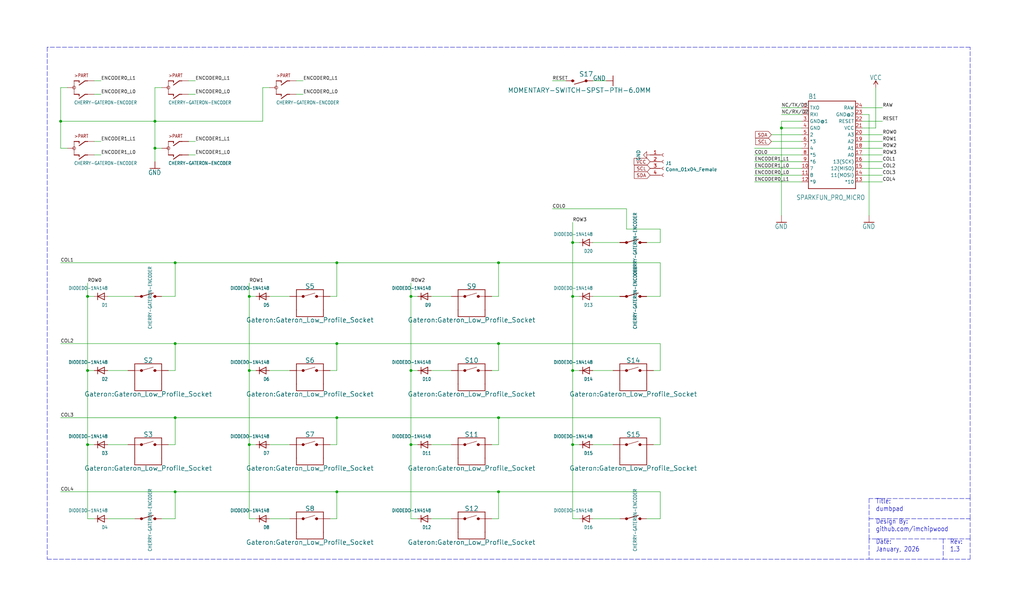
<source format=kicad_sch>
(kicad_sch (version 20250114) (generator "eeschema") (generator_version "9.0")
  (paper "User" 386.08 231.14)
  (lib_symbols
    (symbol "Connector:Conn_01x04_Female" (pin_names (offset 1.016) (hide yes))
      (property "Reference" "J" (at 0 5.08 0))
      (property "Value" "Conn_01x04_Female" (at 0 -7.62 0))
      (symbol "Conn_01x04_Female_1_1"
        (pin passive line (at -5.08 2.54 0) (length 3.81) (name "Pin_1") (number "1"))
        (pin passive line (at -5.08 0 0) (length 3.81) (name "Pin_2") (number "2"))
        (pin passive line (at -5.08 -2.54 0) (length 3.81) (name "Pin_3") (number "3"))
        (pin passive line (at -5.08 -5.08 0) (length 3.81) (name "Pin_4") (number "4"))
      )
    )
    (symbol "MOMENTARY-SWITCH-SPST-LED-PTH-CHERRY_1"
      (property "Reference" "S5" (at 0 5.334 0))
      (property "Value" "Gateron:Gateron_Low_Profile_Socket" (at 0 -5.334 0))
      (symbol "MOMENTARY-SWITCH-SPST-LED-PTH-CHERRY_1_1_0"
        (pin passive line (at -7.62 2.54 0) (length 2.54) (name "1") (number "S1"))
        (pin passive line (at 7.62 2.54 180) (length 2.54) (name "2") (number "S2"))
      )
    )
    (symbol "MOMENTARY-SWITCH-SPST-LED-PTH-CHERRY_10"
      (property "Reference" "S15" (at 0 5.334 0))
      (property "Value" "Gateron:Gateron_Low_Profile_Socket" (at 0 -5.334 0))
      (symbol "MOMENTARY-SWITCH-SPST-LED-PTH-CHERRY_10_1_0"
        (pin passive line (at -7.62 2.54 0) (length 2.54) (name "1") (number "S1"))
        (pin passive line (at 7.62 2.54 180) (length 2.54) (name "2") (number "S2"))
      )
    )
    (symbol "MOMENTARY-SWITCH-SPST-LED-PTH-CHERRY_11"
      (property "Reference" "S8" (at 0 5.334 0))
      (property "Value" "Gateron:Gateron_Low_Profile_Socket" (at 0 -5.334 0))
      (symbol "MOMENTARY-SWITCH-SPST-LED-PTH-CHERRY_11_1_0"
        (pin passive line (at -7.62 2.54 0) (length 2.54) (name "1") (number "S1"))
        (pin passive line (at 7.62 2.54 180) (length 2.54) (name "2") (number "S2"))
      )
    )
    (symbol "MOMENTARY-SWITCH-SPST-LED-PTH-CHERRY_2"
      (property "Reference" "S9" (at 0 5.334 0))
      (property "Value" "Gateron:Gateron_Low_Profile_Socket" (at 0 -5.334 0))
      (symbol "MOMENTARY-SWITCH-SPST-LED-PTH-CHERRY_2_1_0"
        (pin passive line (at -7.62 2.54 0) (length 2.54) (name "1") (number "S1"))
        (pin passive line (at 7.62 2.54 180) (length 2.54) (name "2") (number "S2"))
      )
    )
    (symbol "MOMENTARY-SWITCH-SPST-LED-PTH-CHERRY_3"
      (property "Reference" "S2" (at 0 5.334 0))
      (property "Value" "Gateron:Gateron_Low_Profile_Socket" (at 0 -5.334 0))
      (symbol "MOMENTARY-SWITCH-SPST-LED-PTH-CHERRY_3_1_0"
        (pin passive line (at -7.62 2.54 0) (length 2.54) (name "1") (number "S1"))
        (pin passive line (at 7.62 2.54 180) (length 2.54) (name "2") (number "S2"))
      )
    )
    (symbol "MOMENTARY-SWITCH-SPST-LED-PTH-CHERRY_4"
      (property "Reference" "S6" (at 0 5.334 0))
      (property "Value" "Gateron:Gateron_Low_Profile_Socket" (at 0 -5.334 0))
      (symbol "MOMENTARY-SWITCH-SPST-LED-PTH-CHERRY_4_1_0"
        (pin passive line (at -7.62 2.54 0) (length 2.54) (name "1") (number "S1"))
        (pin passive line (at 7.62 2.54 180) (length 2.54) (name "2") (number "S2"))
      )
    )
    (symbol "MOMENTARY-SWITCH-SPST-LED-PTH-CHERRY_5"
      (property "Reference" "S10" (at 0 5.334 0))
      (property "Value" "Gateron:Gateron_Low_Profile_Socket" (at 0 -5.334 0))
      (symbol "MOMENTARY-SWITCH-SPST-LED-PTH-CHERRY_5_1_0"
        (pin passive line (at -7.62 2.54 0) (length 2.54) (name "1") (number "S1"))
        (pin passive line (at 7.62 2.54 180) (length 2.54) (name "2") (number "S2"))
      )
    )
    (symbol "MOMENTARY-SWITCH-SPST-LED-PTH-CHERRY_6"
      (property "Reference" "S14" (at 0 5.334 0))
      (property "Value" "Gateron:Gateron_Low_Profile_Socket" (at 0 -5.334 0))
      (symbol "MOMENTARY-SWITCH-SPST-LED-PTH-CHERRY_6_1_0"
        (pin passive line (at -7.62 2.54 0) (length 2.54) (name "1") (number "S1"))
        (pin passive line (at 7.62 2.54 180) (length 2.54) (name "2") (number "S2"))
      )
    )
    (symbol "MOMENTARY-SWITCH-SPST-LED-PTH-CHERRY_7"
      (property "Reference" "S3" (at 0 5.334 0))
      (property "Value" "Gateron:Gateron_Low_Profile_Socket" (at 0 -5.334 0))
      (symbol "MOMENTARY-SWITCH-SPST-LED-PTH-CHERRY_7_1_0"
        (pin passive line (at -7.62 2.54 0) (length 2.54) (name "1") (number "S1"))
        (pin passive line (at 7.62 2.54 180) (length 2.54) (name "2") (number "S2"))
      )
    )
    (symbol "MOMENTARY-SWITCH-SPST-LED-PTH-CHERRY_8"
      (property "Reference" "S7" (at 0 5.334 0))
      (property "Value" "Gateron:Gateron_Low_Profile_Socket" (at 0 -5.334 0))
      (symbol "MOMENTARY-SWITCH-SPST-LED-PTH-CHERRY_8_1_0"
        (pin passive line (at -7.62 2.54 0) (length 2.54) (name "1") (number "S1"))
        (pin passive line (at 7.62 2.54 180) (length 2.54) (name "2") (number "S2"))
      )
    )
    (symbol "MOMENTARY-SWITCH-SPST-LED-PTH-CHERRY_9"
      (property "Reference" "S11" (at 0 5.334 0))
      (property "Value" "Gateron:Gateron_Low_Profile_Socket" (at 0 -5.334 0))
      (symbol "MOMENTARY-SWITCH-SPST-LED-PTH-CHERRY_9_1_0"
        (pin passive line (at -7.62 2.54 0) (length 2.54) (name "1") (number "S1"))
        (pin passive line (at 7.62 2.54 180) (length 2.54) (name "2") (number "S2"))
      )
    )
    (symbol "dumbpad-eagle-import:CHERRY-MX-ENCODER"
      (property "Value" "CHERRY-MX-ENCODER" (at 6.35 0 90))
      (symbol "CHERRY-MX-ENCODER_1_0"
        (pin passive line (at -5.08 0 0) (length 2.54) (name "1") (number "D"))
        (pin passive line (at -5.08 0 0) (length 2.54) (name "1") (number "S1"))
        (pin passive line (at 5.08 0 180) (length 2.54) (name "2") (number "E"))
        (pin passive line (at 5.08 0 180) (length 2.54) (name "2") (number "S2"))
      )
      (symbol "CHERRY-MX-ENCODER_2_0"
        (text ">PART" (at -3.81 0 900) (effects (font (size 1.27 1.0795)) (justify left bottom)))
        (pin passive line (at -2.54 7.62 270) (length 2.54) (name "A") (number "A"))
        (pin passive line (at 0 -2.54 90) (length 2.54) (name "C") (number "C"))
        (pin passive line (at 2.54 7.62 270) (length 2.54) (name "B") (number "B"))
      )
    )
    (symbol "dumbpad-eagle-import:DIODEDO-1N4148"
      (property "Reference" "D" (at -2.54 2.54 0))
      (property "Value" "DIODEDO-1N4148" (at -2.54 -3.81 0))
      (symbol "DIODEDO-1N4148_1_0"
        (pin passive line (at -2.54 0 0) (length 2.54) (name "A") (number "A"))
        (pin passive line (at 2.54 0 180) (length 2.54) (name "C") (number "C"))
      )
    )
    (symbol "dumbpad-eagle-import:GND" (power)
      (property "Value" "GND" (at -2.54 -2.54 0))
      (symbol "GND_1_0"
        (pin power_in line (at 0 2.54 270) (length 2.54) (name "GND") (number "1"))
      )
    )
    (symbol "dumbpad-eagle-import:MOMENTARY-SWITCH-SPST-LED-PTH-CHERRY"
      (property "Reference" "S12" (at 0 5.334 0))
      (property "Value" "Gateron:Gateron_Low_Profile_Socket" (at 0 -5.334 0))
      (symbol "MOMENTARY-SWITCH-SPST-LED-PTH-CHERRY_1_0"
        (pin passive line (at -7.62 2.54 0) (length 2.54) (name "1") (number "S1"))
        (pin passive line (at 7.62 2.54 180) (length 2.54) (name "2") (number "S2"))
      )
    )
    (symbol "dumbpad-eagle-import:MOMENTARY-SWITCH-SPST-PTH-6.0MM"
      (property "Reference" "S" (at 0 1.524 0))
      (property "Value" "MOMENTARY-SWITCH-SPST-PTH-6.0MM" (at 0 -0.508 0))
      (symbol "MOMENTARY-SWITCH-SPST-PTH-6.0MM_1_0"
        (pin passive line (at -5.08 0 0) (length 2.54) (name "1") (number "1"))
        (pin passive line (at 5.08 0 180) (length 2.54) (name "2") (number "3"))
      )
    )
    (symbol "dumbpad-eagle-import:SPARKFUN_PRO_MICRO"
      (property "Reference" "B" (at -7.62 18.542 0))
      (property "Value" "SPARKFUN_PRO_MICRO" (at -7.62 -17.78 0))
      (symbol "SPARKFUN_PRO_MICRO_1_0"
        (pin bidirectional line (at -10.16 15.24 0) (length 2.54) (name "TXO") (number "1"))
        (pin bidirectional line (at -10.16 12.7 0) (length 2.54) (name "RXI") (number "2"))
        (pin power_in line (at -10.16 10.16 0) (length 2.54) (name "GND@1") (number "3"))
        (pin power_in line (at -10.16 7.62 0) (length 2.54) (name "GND") (number "4"))
        (pin bidirectional line (at -10.16 5.08 0) (length 2.54) (name "2") (number "5"))
        (pin bidirectional line (at -10.16 2.54 0) (length 2.54) (name "*3") (number "6"))
        (pin bidirectional line (at -10.16 0 0) (length 2.54) (name "4") (number "7"))
        (pin bidirectional line (at -10.16 -2.54 0) (length 2.54) (name "*5") (number "8"))
        (pin bidirectional line (at -10.16 -5.08 0) (length 2.54) (name "*6") (number "9"))
        (pin bidirectional line (at -10.16 -7.62 0) (length 2.54) (name "7") (number "10"))
        (pin bidirectional line (at -10.16 -10.16 0) (length 2.54) (name "8") (number "11"))
        (pin bidirectional line (at -10.16 -12.7 0) (length 2.54) (name "*9") (number "12"))
        (pin power_in line (at 12.7 15.24 180) (length 2.54) (name "RAW") (number "24"))
        (pin power_in line (at 12.7 12.7 180) (length 2.54) (name "GND@2") (number "23"))
        (pin bidirectional line (at 12.7 10.16 180) (length 2.54) (name "RESET") (number "22"))
        (pin power_in line (at 12.7 7.62 180) (length 2.54) (name "VCC") (number "21"))
        (pin bidirectional line (at 12.7 5.08 180) (length 2.54) (name "A3") (number "20"))
        (pin bidirectional line (at 12.7 2.54 180) (length 2.54) (name "A2") (number "19"))
        (pin bidirectional line (at 12.7 0 180) (length 2.54) (name "A1") (number "18"))
        (pin bidirectional line (at 12.7 -2.54 180) (length 2.54) (name "A0") (number "17"))
        (pin bidirectional line (at 12.7 -5.08 180) (length 2.54) (name "13(SCK)") (number "16"))
        (pin bidirectional line (at 12.7 -7.62 180) (length 2.54) (name "12(MISO)") (number "15"))
        (pin bidirectional line (at 12.7 -10.16 180) (length 2.54) (name "11(MOSI)") (number "14"))
        (pin bidirectional line (at 12.7 -12.7 180) (length 2.54) (name "*10") (number "13"))
      )
    )
    (symbol "dumbpad-eagle-import:VCC" (power)
      (property "Value" "VCC" (at 0 2.794 0))
      (symbol "VCC_1_0"
        (pin power_in line (at 0 0 90) (length 2.54) (name "VCC") (number "1"))
      )
    )
    (symbol "my-power:GND" (power) (pin_names (offset 0))
      (property "Value" "my-power_GND" (at 0 -3.81 0))
      (symbol "GND_1_1"
        (pin power_in line (at 0 0 270) (length 0) (hide yes) (name "GND") (number "1"))
      )
    )
  )
  (text "Title:\ndumbpad" (at 330.2 193.04 0) (effects (font (size 1.778 1.5113)) (justify left bottom)))
  (text "Design By:\ngithub.com/imchipwood" (at 330.2 200.66 0) (effects (font (size 1.778 1.5113)) (justify left bottom)))
  (text "Rev:\n1.3" (at 358.14 208.28 0) (effects (font (size 1.778 1.5113)) (justify left bottom)))
  (text "Date:\nJanuary, 2026" (at 330.2 208.28 0) (effects (font (size 1.778 1.5113)) (justify left bottom)))
  (junction (at 127 157.48))
  (junction (at 58.42 55.88))
  (junction (at 66.04 129.54))
  (junction (at 215.9 139.7))
  (junction (at 127 185.42))
  (junction (at 58.42 45.72))
  (junction (at 154.94 111.76))
  (junction (at 127 99.06))
  (junction (at 22.86 45.72))
  (junction (at 66.04 185.42))
  (junction (at 66.04 99.06))
  (junction (at 93.98 111.76))
  (junction (at 154.94 167.64))
  (junction (at 33.02 139.7))
  (junction (at 93.98 167.64))
  (junction (at 127 129.54))
  (junction (at 187.96 99.06))
  (junction (at 215.9 91.44))
  (junction (at 187.96 185.42))
  (junction (at 215.9 167.64))
  (junction (at 93.98 139.7))
  (junction (at 294.64 48.26))
  (junction (at 187.96 157.48))
  (junction (at 215.9 111.76))
  (junction (at 187.96 129.54))
  (junction (at 66.04 157.48))
  (junction (at 33.02 111.76))
  (junction (at 33.02 167.64))
  (junction (at 154.94 139.7))
  (wire (pts (xy 325.12 58.42) (xy 332.74 58.42)))
  (wire (pts (xy 22.86 99.06) (xy 66.04 99.06)))
  (wire (pts (xy 325.12 68.58) (xy 332.74 68.58)))
  (wire (pts (xy 127 139.7) (xy 127 129.54)))
  (wire (pts (xy 330.2 48.26) (xy 330.2 33.02)))
  (wire (pts (xy 22.86 33.02) (xy 22.86 45.72)))
  (wire (pts (xy 302.26 63.5) (xy 284.48 63.5)))
  (wire (pts (xy 50.8 111.76) (xy 40.64 111.76)))
  (wire (pts (xy 215.9 111.76) (xy 215.9 91.44)))
  (polyline (pts (xy 327.66 203.2) (xy 327.66 210.82)) (stroke (width 0) (type dash)))
  (wire (pts (xy 93.98 111.76) (xy 93.98 106.68)))
  (wire (pts (xy 185.42 167.64) (xy 187.96 167.64)))
  (wire (pts (xy 325.12 50.8) (xy 332.74 50.8)))
  (wire (pts (xy 58.42 55.88) (xy 58.42 60.96)))
  (wire (pts (xy 22.86 55.88) (xy 25.4 55.88)))
  (wire (pts (xy 33.02 139.7) (xy 33.02 111.76)))
  (wire (pts (xy 33.02 195.58) (xy 33.02 167.64)))
  (polyline (pts (xy 327.66 187.96) (xy 327.66 195.58)) (stroke (width 0) (type dash)))
  (wire (pts (xy 243.84 195.58) (xy 248.92 195.58)))
  (wire (pts (xy 325.12 48.26) (xy 330.2 48.26)))
  (wire (pts (xy 124.46 167.64) (xy 127 167.64)))
  (polyline (pts (xy 365.76 203.2) (xy 355.6 203.2)) (stroke (width 0) (type dash)))
  (wire (pts (xy 218.44 167.64) (xy 215.9 167.64)))
  (wire (pts (xy 63.5 139.7) (xy 66.04 139.7)))
  (wire (pts (xy 325.12 66.04) (xy 332.74 66.04)))
  (wire (pts (xy 127 157.48) (xy 66.04 157.48)))
  (wire (pts (xy 96.52 139.7) (xy 93.98 139.7)))
  (wire (pts (xy 66.04 111.76) (xy 66.04 99.06)))
  (wire (pts (xy 93.98 195.58) (xy 93.98 167.64)))
  (wire (pts (xy 157.48 195.58) (xy 154.94 195.58)))
  (wire (pts (xy 35.56 53.34) (xy 38.1 53.34)))
  (wire (pts (xy 294.64 45.72) (xy 294.64 48.26)))
  (wire (pts (xy 60.96 111.76) (xy 66.04 111.76)))
  (polyline (pts (xy 365.76 210.82) (xy 365.76 203.2)) (stroke (width 0) (type dash)))
  (wire (pts (xy 170.18 139.7) (xy 162.56 139.7)))
  (wire (pts (xy 302.26 55.88) (xy 284.48 55.88)))
  (wire (pts (xy 35.56 58.42) (xy 38.1 58.42)))
  (wire (pts (xy 111.76 30.48) (xy 114.3 30.48)))
  (wire (pts (xy 58.42 45.72) (xy 99.06 45.72)))
  (wire (pts (xy 60.96 195.58) (xy 66.04 195.58)))
  (polyline (pts (xy 327.66 203.2) (xy 327.66 195.58)) (stroke (width 0) (type dash)))
  (wire (pts (xy 127 129.54) (xy 187.96 129.54)))
  (wire (pts (xy 124.46 195.58) (xy 127 195.58)))
  (wire (pts (xy 215.9 167.64) (xy 215.9 139.7)))
  (wire (pts (xy 325.12 63.5) (xy 332.74 63.5)))
  (wire (pts (xy 71.12 58.42) (xy 73.66 58.42)))
  (wire (pts (xy 96.52 111.76) (xy 93.98 111.76)))
  (wire (pts (xy 99.06 45.72) (xy 99.06 33.02)))
  (wire (pts (xy 35.56 139.7) (xy 33.02 139.7)))
  (wire (pts (xy 66.04 157.48) (xy 22.86 157.48)))
  (polyline (pts (xy 365.76 203.2) (xy 365.76 195.58)) (stroke (width 0) (type dash)))
  (wire (pts (xy 187.96 99.06) (xy 248.92 99.06)))
  (wire (pts (xy 294.64 48.26) (xy 294.64 81.28)))
  (polyline (pts (xy 17.78 210.82) (xy 327.66 210.82)) (stroke (width 0) (type dash)))
  (wire (pts (xy 48.26 139.7) (xy 40.64 139.7)))
  (wire (pts (xy 154.94 111.76) (xy 154.94 106.68)))
  (wire (pts (xy 71.12 53.34) (xy 73.66 53.34)))
  (wire (pts (xy 66.04 195.58) (xy 66.04 185.42)))
  (wire (pts (xy 22.86 129.54) (xy 66.04 129.54)))
  (wire (pts (xy 187.96 111.76) (xy 187.96 99.06)))
  (wire (pts (xy 60.96 55.88) (xy 58.42 55.88)))
  (wire (pts (xy 302.26 40.64) (xy 294.64 40.64)))
  (wire (pts (xy 127 111.76) (xy 127 99.06)))
  (wire (pts (xy 170.18 111.76) (xy 162.56 111.76)))
  (wire (pts (xy 223.52 30.48) (xy 228.6 30.48)))
  (wire (pts (xy 215.9 195.58) (xy 215.9 167.64)))
  (wire (pts (xy 248.92 157.48) (xy 187.96 157.48)))
  (wire (pts (xy 290.83 50.8) (xy 302.26 50.8)))
  (wire (pts (xy 154.94 167.64) (xy 154.94 139.7)))
  (wire (pts (xy 187.96 185.42) (xy 248.92 185.42)))
  (wire (pts (xy 22.86 185.42) (xy 66.04 185.42)))
  (wire (pts (xy 66.04 185.42) (xy 127 185.42)))
  (wire (pts (xy 33.02 106.68) (xy 33.02 111.76)))
  (wire (pts (xy 127 185.42) (xy 187.96 185.42)))
  (wire (pts (xy 22.86 45.72) (xy 22.86 55.88)))
  (wire (pts (xy 187.96 129.54) (xy 248.92 129.54)))
  (wire (pts (xy 302.26 58.42) (xy 284.48 58.42)))
  (wire (pts (xy 157.48 167.64) (xy 154.94 167.64)))
  (wire (pts (xy 218.44 195.58) (xy 215.9 195.58)))
  (wire (pts (xy 170.18 167.64) (xy 162.56 167.64)))
  (wire (pts (xy 127 99.06) (xy 187.96 99.06)))
  (wire (pts (xy 127 167.64) (xy 127 157.48)))
  (wire (pts (xy 124.46 139.7) (xy 127 139.7)))
  (wire (pts (xy 248.92 129.54) (xy 248.92 139.7)))
  (wire (pts (xy 327.66 43.18) (xy 327.66 81.28)))
  (wire (pts (xy 233.68 91.44) (xy 223.52 91.44)))
  (wire (pts (xy 325.12 40.64) (xy 332.74 40.64)))
  (wire (pts (xy 218.44 91.44) (xy 215.9 91.44)))
  (wire (pts (xy 99.06 33.02) (xy 101.6 33.02)))
  (wire (pts (xy 325.12 60.96) (xy 332.74 60.96)))
  (wire (pts (xy 50.8 195.58) (xy 40.64 195.58)))
  (wire (pts (xy 127 195.58) (xy 127 185.42)))
  (wire (pts (xy 157.48 111.76) (xy 154.94 111.76)))
  (wire (pts (xy 154.94 195.58) (xy 154.94 167.64)))
  (wire (pts (xy 109.22 139.7) (xy 101.6 139.7)))
  (wire (pts (xy 243.84 91.44) (xy 248.92 91.44)))
  (polyline (pts (xy 365.76 17.78) (xy 17.78 17.78)) (stroke (width 0) (type dash)))
  (wire (pts (xy 325.12 55.88) (xy 332.74 55.88)))
  (wire (pts (xy 109.22 111.76) (xy 101.6 111.76)))
  (wire (pts (xy 66.04 167.64) (xy 66.04 157.48)))
  (wire (pts (xy 302.26 60.96) (xy 284.48 60.96)))
  (wire (pts (xy 124.46 111.76) (xy 127 111.76)))
  (wire (pts (xy 157.48 139.7) (xy 154.94 139.7)))
  (wire (pts (xy 35.56 195.58) (xy 33.02 195.58)))
  (wire (pts (xy 233.68 111.76) (xy 223.52 111.76)))
  (wire (pts (xy 218.44 139.7) (xy 215.9 139.7)))
  (polyline (pts (xy 365.76 187.96) (xy 365.76 17.78)) (stroke (width 0) (type dash)))
  (wire (pts (xy 33.02 167.64) (xy 33.02 139.7)))
  (wire (pts (xy 96.52 167.64) (xy 93.98 167.64)))
  (wire (pts (xy 248.92 139.7) (xy 246.38 139.7)))
  (wire (pts (xy 58.42 33.02) (xy 58.42 45.72)))
  (wire (pts (xy 185.42 111.76) (xy 187.96 111.76)))
  (wire (pts (xy 35.56 167.64) (xy 33.02 167.64)))
  (polyline (pts (xy 327.66 195.58) (xy 365.76 195.58)) (stroke (width 0) (type dash)))
  (wire (pts (xy 170.18 195.58) (xy 162.56 195.58)))
  (polyline (pts (xy 365.76 187.96) (xy 327.66 187.96)) (stroke (width 0) (type dash)))
  (wire (pts (xy 236.22 78.74) (xy 208.28 78.74)))
  (wire (pts (xy 302.26 43.18) (xy 294.64 43.18)))
  (wire (pts (xy 218.44 111.76) (xy 215.9 111.76)))
  (wire (pts (xy 231.14 139.7) (xy 223.52 139.7)))
  (wire (pts (xy 93.98 139.7) (xy 93.98 111.76)))
  (wire (pts (xy 109.22 195.58) (xy 101.6 195.58)))
  (wire (pts (xy 35.56 35.56) (xy 38.1 35.56)))
  (wire (pts (xy 63.5 167.64) (xy 66.04 167.64)))
  (wire (pts (xy 187.96 167.64) (xy 187.96 157.48)))
  (wire (pts (xy 248.92 86.36) (xy 236.22 86.36)))
  (polyline (pts (xy 365.76 195.58) (xy 365.76 187.96)) (stroke (width 0) (type dash)))
  (wire (pts (xy 187.96 195.58) (xy 187.96 185.42)))
  (wire (pts (xy 185.42 195.58) (xy 187.96 195.58)))
  (wire (pts (xy 325.12 43.18) (xy 327.66 43.18)))
  (wire (pts (xy 71.12 35.56) (xy 73.66 35.56)))
  (wire (pts (xy 109.22 167.64) (xy 101.6 167.64)))
  (wire (pts (xy 154.94 139.7) (xy 154.94 111.76)))
  (wire (pts (xy 325.12 53.34) (xy 332.74 53.34)))
  (polyline (pts (xy 355.6 203.2) (xy 327.66 203.2)) (stroke (width 0) (type dash)))
  (wire (pts (xy 215.9 91.44) (xy 215.9 83.82)))
  (wire (pts (xy 66.04 129.54) (xy 127 129.54)))
  (wire (pts (xy 48.26 167.64) (xy 40.64 167.64)))
  (wire (pts (xy 35.56 111.76) (xy 33.02 111.76)))
  (wire (pts (xy 25.4 33.02) (xy 22.86 33.02)))
  (wire (pts (xy 302.26 48.26) (xy 294.64 48.26)))
  (wire (pts (xy 248.92 167.64) (xy 248.92 157.48)))
  (wire (pts (xy 233.68 195.58) (xy 223.52 195.58)))
  (wire (pts (xy 248.92 111.76) (xy 243.84 111.76)))
  (wire (pts (xy 58.42 45.72) (xy 58.42 55.88)))
  (wire (pts (xy 290.83 53.34) (xy 302.26 53.34)))
  (wire (pts (xy 35.56 30.48) (xy 38.1 30.48)))
  (wire (pts (xy 246.38 167.64) (xy 248.92 167.64)))
  (wire (pts (xy 187.96 157.48) (xy 127 157.48)))
  (polyline (pts (xy 17.78 17.78) (xy 17.78 210.82)) (stroke (width 0) (type dash)))
  (wire (pts (xy 66.04 139.7) (xy 66.04 129.54)))
  (wire (pts (xy 248.92 91.44) (xy 248.92 86.36)))
  (wire (pts (xy 93.98 167.64) (xy 93.98 139.7)))
  (wire (pts (xy 236.22 86.36) (xy 236.22 78.74)))
  (wire (pts (xy 302.26 66.04) (xy 284.48 66.04)))
  (wire (pts (xy 302.26 45.72) (xy 294.64 45.72)))
  (wire (pts (xy 215.9 139.7) (xy 215.9 111.76)))
  (wire (pts (xy 185.42 139.7) (xy 187.96 139.7)))
  (wire (pts (xy 66.04 99.06) (xy 127 99.06)))
  (wire (pts (xy 231.14 167.64) (xy 223.52 167.64)))
  (wire (pts (xy 111.76 35.56) (xy 114.3 35.56)))
  (wire (pts (xy 213.36 30.48) (xy 208.28 30.48)))
  (polyline (pts (xy 327.66 210.82) (xy 355.6 210.82)) (stroke (width 0) (type dash)))
  (wire (pts (xy 248.92 185.42) (xy 248.92 195.58)))
  (wire (pts (xy 187.96 139.7) (xy 187.96 129.54)))
  (wire (pts (xy 60.96 33.02) (xy 58.42 33.02)))
  (wire (pts (xy 302.26 68.58) (xy 284.48 68.58)))
  (wire (pts (xy 96.52 195.58) (xy 93.98 195.58)))
  (polyline (pts (xy 355.6 210.82) (xy 365.76 210.82)) (stroke (width 0) (type dash)))
  (wire (pts (xy 22.86 45.72) (xy 58.42 45.72)))
  (wire (pts (xy 71.12 30.48) (xy 73.66 30.48)))
  (polyline (pts (xy 355.6 203.2) (xy 355.6 210.82)) (stroke (width 0) (type dash)))
  (wire (pts (xy 325.12 45.72) (xy 332.74 45.72)))
  (wire (pts (xy 248.92 99.06) (xy 248.92 111.76)))
  (label "NC/TX/D3" (at 294.64 40.64 0) (effects (font (size 1.2446 1.2446))))
  (label "ENCODER1_L0" (at 73.66 58.42 0) (effects (font (size 1.2446 1.2446))))
  (label "ROW3" (at 332.74 58.42 0) (effects (font (size 1.2446 1.2446))))
  (label "COL1" (at 332.74 60.96 0) (effects (font (size 1.2446 1.2446))))
  (label "ENCODER1_L0" (at 38.1 58.42 0) (effects (font (size 1.2446 1.2446))))
  (label "ROW2" (at 332.74 55.88 0) (effects (font (size 1.2446 1.2446))))
  (label "ENCODER1_L1" (at 73.66 53.34 0) (effects (font (size 1.2446 1.2446))))
  (label "ROW1" (at 93.98 106.68 0) (effects (font (size 1.2446 1.2446))))
  (label "RAW" (at 332.74 40.64 0) (effects (font (size 1.2446 1.2446))))
  (label "ENCODER0_L0" (at 38.1 35.56 0) (effects (font (size 1.2446 1.2446))))
  (label "ENCODER0_L1" (at 284.48 68.58 0) (effects (font (size 1.2446 1.2446))))
  (label "COL4" (at 22.86 185.42 0) (effects (font (size 1.2446 1.2446))))
  (label "NC/RX/D2" (at 294.64 43.18 0) (effects (font (size 1.2446 1.2446))))
  (label "ENCODER0_L1" (at 38.1 30.48 0) (effects (font (size 1.2446 1.2446))))
  (label "COL3" (at 22.86 157.48 0) (effects (font (size 1.2446 1.2446))))
  (label "ROW0" (at 332.74 50.8 0) (effects (font (size 1.2446 1.2446))))
  (label "COL3" (at 332.74 66.04 0) (effects (font (size 1.2446 1.2446))))
  (label "ENCODER1_L0" (at 284.48 63.5 0) (effects (font (size 1.2446 1.2446))))
  (label "ENCODER0_L1" (at 73.66 30.48 0) (effects (font (size 1.2446 1.2446))))
  (label "ROW0" (at 33.02 106.68 0) (effects (font (size 1.2446 1.2446))))
  (label "RESET" (at 208.28 30.48 0) (effects (font (size 1.2446 1.2446))))
  (label "COL0" (at 284.48 58.42 0) (effects (font (size 1.2446 1.2446))))
  (label "COL1" (at 22.86 99.06 0) (effects (font (size 1.2446 1.2446))))
  (label "ENCODER0_L0" (at 73.66 35.56 0) (effects (font (size 1.2446 1.2446))))
  (label "ROW2" (at 154.94 106.68 0) (effects (font (size 1.2446 1.2446))))
  (label "COL0" (at 208.28 78.74 0) (effects (font (size 1.2446 1.2446))))
  (label "ENCODER0_L0" (at 114.3 35.56 0) (effects (font (size 1.2446 1.2446))))
  (label "ENCODER0_L0" (at 284.48 66.04 0) (effects (font (size 1.2446 1.2446))))
  (label "COL4" (at 332.74 68.58 0) (effects (font (size 1.2446 1.2446))))
  (label "ENCODER1_L1" (at 38.1 53.34 0) (effects (font (size 1.2446 1.2446))))
  (label "ENCODER1_L1" (at 284.48 60.96 0) (effects (font (size 1.2446 1.2446))))
  (label "COL2" (at 332.74 63.5 0) (effects (font (size 1.2446 1.2446))))
  (label "ROW3" (at 215.9 83.82 0) (effects (font (size 1.2446 1.2446))))
  (label "ENCODER0_L1" (at 114.3 30.48 0) (effects (font (size 1.2446 1.2446))))
  (label "RESET" (at 332.74 45.72 0) (effects (font (size 1.2446 1.2446))))
  (label "COL2" (at 22.86 129.54 0) (effects (font (size 1.2446 1.2446))))
  (label "ROW1" (at 332.74 53.34 0) (effects (font (size 1.2446 1.2446))))
  (global_label "SCL" (shape input) (at 290.83 53.34 180) (property "Intersheetrefs" "${INTERSHEET_REFS}" (effects (hide yes))))
  (global_label "SCL" (shape input) (at 245.11 63.5 180) (property "Intersheetrefs" "${INTERSHEET_REFS}" (effects (hide yes))))
  (global_label "SDA" (shape input) (at 245.11 66.04 180) (property "Intersheetrefs" "${INTERSHEET_REFS}" (effects (hide yes))))
  (global_label "SDA" (shape input) (at 290.83 50.8 180) (property "Intersheetrefs" "${INTERSHEET_REFS}" (effects (hide yes))))
  (global_label "VCC" (shape input) (at 245.11 60.96 180) (property "Intersheetrefs" "${INTERSHEET_REFS}" (effects (hide yes))))
  (symbol (lib_id "dumbpad-eagle-import:CHERRY-MX-ENCODER") (at 63.5 33.02 270) (unit 2)
    (property "Reference" "RE_0_1" (effects (hide yes)))
    (property "Value" "CHERRY-GATERON-ENCODER" (at 63.5 39.37 90) (effects (font (size 1.27 1.0795)) (justify left bottom)))
    (property "Footprint" "dumbpad:CHERRY-GATERON-ENCODER" (effects (hide yes)))
  )
  (symbol (lib_id "dumbpad-eagle-import:DIODEDO-1N4148") (at 220.98 111.76 180) (unit 1)
    (property "Reference" "D13" (at 223.52 114.3 0) (effects (font (size 1.27 1.0795)) (justify left bottom)))
    (property "Value" "DIODEDO-1N4148" (at 223.52 107.95 0) (effects (font (size 1.27 1.0795)) (justify left bottom)))
    (property "Footprint" "DO-1N4148" (effects (hide yes)))
  )
  (symbol (lib_name "MOMENTARY-SWITCH-SPST-LED-PTH-CHERRY_3") (lib_id "dumbpad-eagle-import:MOMENTARY-SWITCH-SPST-LED-PTH-CHERRY") (at 55.88 142.24 0) (unit 1)
    (property "Reference" "S2" (at 55.88 136.906 0) (effects (font (size 1.778 1.778)) (justify bottom)))
    (property "Value" "Gateron:Gateron_Low_Profile_Socket" (at 55.88 147.574 0) (effects (font (size 1.778 1.778)) (justify top)))
    (property "Footprint" "Gateron:Gateron_Low_Profile_Socket" (effects (hide yes)))
  )
  (symbol (lib_id "dumbpad-eagle-import:DIODEDO-1N4148") (at 160.02 111.76 180) (unit 1)
    (property "Reference" "D9" (at 162.56 114.3 0) (effects (font (size 1.27 1.0795)) (justify left bottom)))
    (property "Value" "DIODEDO-1N4148" (at 162.56 107.95 0) (effects (font (size 1.27 1.0795)) (justify left bottom)))
    (property "Footprint" "DO-1N4148" (effects (hide yes)))
  )
  (symbol (lib_name "MOMENTARY-SWITCH-SPST-LED-PTH-CHERRY_9") (lib_id "dumbpad-eagle-import:MOMENTARY-SWITCH-SPST-LED-PTH-CHERRY") (at 177.8 170.18 0) (unit 1)
    (property "Reference" "S11" (at 177.8 164.846 0) (effects (font (size 1.778 1.778)) (justify bottom)))
    (property "Value" "Gateron:Gateron_Low_Profile_Socket" (at 177.8 175.514 0) (effects (font (size 1.778 1.778)) (justify top)))
    (property "Footprint" "Gateron:Gateron_Low_Profile_Socket" (effects (hide yes)))
  )
  (symbol (lib_id "dumbpad-eagle-import:CHERRY-MX-ENCODER") (at 55.88 111.76 0) (unit 1)
    (property "Reference" "RE_0_1" (effects (hide yes)))
    (property "Value" "CHERRY-GATERON-ENCODER" (at 55.88 112.268 90) (effects (font (size 1.27 1.0795)) (justify top)))
    (property "Footprint" "dumbpad:CHERRY-GATERON-ENCODER" (effects (hide yes)))
  )
  (symbol (lib_id "dumbpad-eagle-import:CHERRY-MX-ENCODER") (at 104.14 33.02 270) (unit 2)
    (property "Reference" "RE_3_0" (effects (hide yes)))
    (property "Value" "CHERRY-GATERON-ENCODER" (at 104.14 39.37 90) (effects (font (size 1.27 1.0795)) (justify left bottom)))
    (property "Footprint" "dumbpad:CHERRY-GATERON-ENCODER" (effects (hide yes)))
  )
  (symbol (lib_id "dumbpad-eagle-import:CHERRY-MX-ENCODER") (at 238.76 195.58 0) (unit 1)
    (property "Reference" "RE_3_4" (effects (hide yes)))
    (property "Value" "CHERRY-GATERON-ENCODER" (at 238.76 196.088 90) (effects (font (size 1.27 1.0795)) (justify top)))
    (property "Footprint" "dumbpad:CHERRY-GATERON-ENCODER" (effects (hide yes)))
  )
  (symbol (lib_name "MOMENTARY-SWITCH-SPST-LED-PTH-CHERRY_8") (lib_id "dumbpad-eagle-import:MOMENTARY-SWITCH-SPST-LED-PTH-CHERRY") (at 116.84 170.18 0) (unit 1)
    (property "Reference" "S7" (at 116.84 164.846 0) (effects (font (size 1.778 1.778)) (justify bottom)))
    (property "Value" "Gateron:Gateron_Low_Profile_Socket" (at 116.84 175.514 0) (effects (font (size 1.778 1.778)) (justify top)))
    (property "Footprint" "Gateron:Gateron_Low_Profile_Socket" (effects (hide yes)))
  )
  (symbol (lib_name "MOMENTARY-SWITCH-SPST-LED-PTH-CHERRY_2") (lib_id "dumbpad-eagle-import:MOMENTARY-SWITCH-SPST-LED-PTH-CHERRY") (at 177.8 114.3 0) (unit 1)
    (property "Reference" "S9" (at 177.8 108.966 0) (effects (font (size 1.778 1.778)) (justify bottom)))
    (property "Value" "Gateron:Gateron_Low_Profile_Socket" (at 177.8 119.634 0) (effects (font (size 1.778 1.778)) (justify top)))
    (property "Footprint" "Gateron:Gateron_Low_Profile_Socket" (effects (hide yes)))
  )
  (symbol (lib_id "dumbpad-eagle-import:CHERRY-MX-ENCODER") (at 238.76 91.44 0) (unit 1)
    (property "Reference" "RE_3_0" (effects (hide yes)))
    (property "Value" "CHERRY-GATERON-ENCODER" (at 238.76 91.948 90) (effects (font (size 1.27 1.0795)) (justify top)))
    (property "Footprint" "dumbpad:CHERRY-GATERON-ENCODER" (effects (hide yes)))
  )
  (symbol (lib_id "dumbpad-eagle-import:DIODEDO-1N4148") (at 99.06 111.76 180) (unit 1)
    (property "Reference" "D5" (at 101.6 114.3 0) (effects (font (size 1.27 1.0795)) (justify left bottom)))
    (property "Value" "DIODEDO-1N4148" (at 101.6 107.95 0) (effects (font (size 1.27 1.0795)) (justify left bottom)))
    (property "Footprint" "DO-1N4148" (effects (hide yes)))
  )
  (symbol (lib_name "MOMENTARY-SWITCH-SPST-LED-PTH-CHERRY_1") (lib_id "dumbpad-eagle-import:MOMENTARY-SWITCH-SPST-LED-PTH-CHERRY") (at 116.84 114.3 0) (unit 1)
    (property "Reference" "S5" (at 116.84 108.966 0) (effects (font (size 1.778 1.778)) (justify bottom)))
    (property "Value" "Gateron:Gateron_Low_Profile_Socket" (at 116.84 119.634 0) (effects (font (size 1.778 1.778)) (justify top)))
    (property "Footprint" "Gateron:Gateron_Low_Profile_Socket" (effects (hide yes)))
  )
  (symbol (lib_name "MOMENTARY-SWITCH-SPST-LED-PTH-CHERRY_11") (lib_id "dumbpad-eagle-import:MOMENTARY-SWITCH-SPST-LED-PTH-CHERRY") (at 116.84 198.12 0) (unit 1)
    (property "Reference" "S8" (at 116.84 192.786 0) (effects (font (size 1.778 1.778)) (justify bottom)))
    (property "Value" "Gateron:Gateron_Low_Profile_Socket" (at 116.84 203.454 0) (effects (font (size 1.778 1.778)) (justify top)))
    (property "Footprint" "Gateron:Gateron_Low_Profile_Socket" (effects (hide yes)))
  )
  (symbol (lib_id "dumbpad-eagle-import:DIODEDO-1N4148") (at 38.1 195.58 180) (unit 1)
    (property "Reference" "D4" (at 40.64 198.12 0) (effects (font (size 1.27 1.0795)) (justify left bottom)))
    (property "Value" "DIODEDO-1N4148" (at 40.64 191.77 0) (effects (font (size 1.27 1.0795)) (justify left bottom)))
    (property "Footprint" "DO-1N4148" (effects (hide yes)))
  )
  (symbol (lib_name "MOMENTARY-SWITCH-SPST-LED-PTH-CHERRY_10") (lib_id "dumbpad-eagle-import:MOMENTARY-SWITCH-SPST-LED-PTH-CHERRY") (at 238.76 170.18 0) (unit 1)
    (property "Reference" "S15" (at 238.76 164.846 0) (effects (font (size 1.778 1.778)) (justify bottom)))
    (property "Value" "Gateron:Gateron_Low_Profile_Socket" (at 238.76 175.514 0) (effects (font (size 1.778 1.778)) (justify top)))
    (property "Footprint" "Gateron:Gateron_Low_Profile_Socket" (effects (hide yes)))
  )
  (symbol (lib_id "dumbpad-eagle-import:DIODEDO-1N4148") (at 38.1 139.7 180) (unit 1)
    (property "Reference" "D2" (at 40.64 142.24 0) (effects (font (size 1.27 1.0795)) (justify left bottom)))
    (property "Value" "DIODEDO-1N4148" (at 40.64 135.89 0) (effects (font (size 1.27 1.0795)) (justify left bottom)))
    (property "Footprint" "DO-1N4148" (effects (hide yes)))
  )
  (symbol (lib_id "dumbpad-eagle-import:DIODEDO-1N4148") (at 160.02 195.58 180) (unit 1)
    (property "Reference" "D12" (at 162.56 198.12 0) (effects (font (size 1.27 1.0795)) (justify left bottom)))
    (property "Value" "DIODEDO-1N4148" (at 162.56 191.77 0) (effects (font (size 1.27 1.0795)) (justify left bottom)))
    (property "Footprint" "DO-1N4148" (effects (hide yes)))
  )
  (symbol (lib_id "dumbpad-eagle-import:VCC") (at 330.2 33.02 0) (unit 1)
    (property "Reference" "#SUPPLY02" (effects (hide yes)))
    (property "Value" "VCC" (at 330.2 30.226 0) (effects (font (size 1.778 1.5113)) (justify bottom)))
  )
  (symbol (lib_id "dumbpad-eagle-import:DIODEDO-1N4148") (at 220.98 91.44 180) (unit 1)
    (property "Reference" "D20" (at 223.52 93.98 0) (effects (font (size 1.27 1.0795)) (justify left bottom)))
    (property "Value" "DIODEDO-1N4148" (at 223.52 87.63 0) (effects (font (size 1.27 1.0795)) (justify left bottom)))
    (property "Footprint" "DO-1N4148" (effects (hide yes)))
  )
  (symbol (lib_id "dumbpad-eagle-import:GND") (at 231.14 30.48 90) (unit 1)
    (property "Reference" "#GND04" (effects (hide yes)))
    (property "Value" "GND" (at 223.52 30.48 90) (effects (font (size 1.778 1.5113)) (justify right top)))
  )
  (symbol (lib_name "MOMENTARY-SWITCH-SPST-LED-PTH-CHERRY_6") (lib_id "dumbpad-eagle-import:MOMENTARY-SWITCH-SPST-LED-PTH-CHERRY") (at 238.76 142.24 0) (unit 1)
    (property "Reference" "S14" (at 238.76 136.906 0) (effects (font (size 1.778 1.778)) (justify bottom)))
    (property "Value" "Gateron:Gateron_Low_Profile_Socket" (at 238.76 147.574 0) (effects (font (size 1.778 1.778)) (justify top)))
    (property "Footprint" "Gateron:Gateron_Low_Profile_Socket" (effects (hide yes)))
  )
  (symbol (lib_name "MOMENTARY-SWITCH-SPST-LED-PTH-CHERRY_4") (lib_id "dumbpad-eagle-import:MOMENTARY-SWITCH-SPST-LED-PTH-CHERRY") (at 116.84 142.24 0) (unit 1)
    (property "Reference" "S6" (at 116.84 136.906 0) (effects (font (size 1.778 1.778)) (justify bottom)))
    (property "Value" "Gateron:Gateron_Low_Profile_Socket" (at 116.84 147.574 0) (effects (font (size 1.778 1.778)) (justify top)))
    (property "Footprint" "Gateron:Gateron_Low_Profile_Socket" (effects (hide yes)))
  )
  (symbol (lib_id "dumbpad-eagle-import:CHERRY-MX-ENCODER") (at 238.76 111.76 0) (unit 1)
    (property "Reference" "RE_3_1" (effects (hide yes)))
    (property "Value" "CHERRY-GATERON-ENCODER" (at 238.76 112.268 90) (effects (font (size 1.27 1.0795)) (justify top)))
    (property "Footprint" "dumbpad:CHERRY-GATERON-ENCODER" (effects (hide yes)))
  )
  (symbol (lib_id "dumbpad-eagle-import:DIODEDO-1N4148") (at 220.98 195.58 180) (unit 1)
    (property "Reference" "D16" (at 223.52 198.12 0) (effects (font (size 1.27 1.0795)) (justify left bottom)))
    (property "Value" "DIODEDO-1N4148" (at 223.52 191.77 0) (effects (font (size 1.27 1.0795)) (justify left bottom)))
    (property "Footprint" "DO-1N4148" (effects (hide yes)))
  )
  (symbol (lib_id "dumbpad-eagle-import:DIODEDO-1N4148") (at 38.1 111.76 180) (unit 1)
    (property "Reference" "D1" (at 40.64 114.3 0) (effects (font (size 1.27 1.0795)) (justify left bottom)))
    (property "Value" "DIODEDO-1N4148" (at 40.64 107.95 0) (effects (font (size 1.27 1.0795)) (justify left bottom)))
    (property "Footprint" "DO-1N4148" (effects (hide yes)))
  )
  (symbol (lib_id "dumbpad-eagle-import:CHERRY-MX-ENCODER") (at 27.94 33.02 270) (unit 2)
    (property "Reference" "RE_3_1" (effects (hide yes)))
    (property "Value" "CHERRY-GATERON-ENCODER" (at 27.94 39.37 90) (effects (font (size 1.27 1.0795)) (justify left bottom)))
    (property "Footprint" "dumbpad:CHERRY-GATERON-ENCODER" (effects (hide yes)))
  )
  (symbol (lib_id "dumbpad-eagle-import:DIODEDO-1N4148") (at 160.02 139.7 180) (unit 1)
    (property "Reference" "D10" (at 162.56 142.24 0) (effects (font (size 1.27 1.0795)) (justify left bottom)))
    (property "Value" "DIODEDO-1N4148" (at 162.56 135.89 0) (effects (font (size 1.27 1.0795)) (justify left bottom)))
    (property "Footprint" "DO-1N4148" (effects (hide yes)))
  )
  (symbol (lib_id "dumbpad-eagle-import:GND") (at 58.42 63.5 0) (unit 1)
    (property "Reference" "#GND06" (effects (hide yes)))
    (property "Value" "GND" (at 55.88 66.04 0) (effects (font (size 1.778 1.5113)) (justify left bottom)))
  )
  (symbol (lib_id "dumbpad-eagle-import:MOMENTARY-SWITCH-SPST-PTH-6.0MM") (at 218.44 30.48 180) (unit 1)
    (property "Reference" "S17" (at 220.98 26.924 0) (effects (font (size 1.778 1.778)) (justify bottom)))
    (property "Value" "MOMENTARY-SWITCH-SPST-PTH-6.0MM" (at 218.44 35.052 0) (effects (font (size 1.778 1.778)) (justify top)))
    (property "Footprint" "TACTILE_SWITCH_PTH_6.0MM" (effects (hide yes)))
  )
  (symbol (lib_name "MOMENTARY-SWITCH-SPST-LED-PTH-CHERRY_5") (lib_id "dumbpad-eagle-import:MOMENTARY-SWITCH-SPST-LED-PTH-CHERRY") (at 177.8 142.24 0) (unit 1)
    (property "Reference" "S10" (at 177.8 136.906 0) (effects (font (size 1.778 1.778)) (justify bottom)))
    (property "Value" "Gateron:Gateron_Low_Profile_Socket" (at 177.8 147.574 0) (effects (font (size 1.778 1.778)) (justify top)))
    (property "Footprint" "Gateron:Gateron_Low_Profile_Socket" (effects (hide yes)))
  )
  (symbol (lib_id "dumbpad-eagle-import:DIODEDO-1N4148") (at 220.98 167.64 180) (unit 1)
    (property "Reference" "D15" (at 223.52 170.18 0) (effects (font (size 1.27 1.0795)) (justify left bottom)))
    (property "Value" "DIODEDO-1N4148" (at 223.52 163.83 0) (effects (font (size 1.27 1.0795)) (justify left bottom)))
    (property "Footprint" "DO-1N4148" (effects (hide yes)))
  )
  (symbol (lib_id "dumbpad-eagle-import:DIODEDO-1N4148") (at 99.06 167.64 180) (unit 1)
    (property "Reference" "D7" (at 101.6 170.18 0) (effects (font (size 1.27 1.0795)) (justify left bottom)))
    (property "Value" "DIODEDO-1N4148" (at 101.6 163.83 0) (effects (font (size 1.27 1.0795)) (justify left bottom)))
    (property "Footprint" "DO-1N4148" (effects (hide yes)))
  )
  (symbol (lib_id "dumbpad-eagle-import:DIODEDO-1N4148") (at 99.06 195.58 180) (unit 1)
    (property "Reference" "D8" (at 101.6 198.12 0) (effects (font (size 1.27 1.0795)) (justify left bottom)))
    (property "Value" "DIODEDO-1N4148" (at 101.6 191.77 0) (effects (font (size 1.27 1.0795)) (justify left bottom)))
    (property "Footprint" "DO-1N4148" (effects (hide yes)))
  )
  (symbol (lib_id "dumbpad-eagle-import:SPARKFUN_PRO_MICRO") (at 312.42 55.88 0) (unit 1)
    (property "Reference" "B1" (at 304.8 37.338 0) (effects (font (size 1.778 1.5113)) (justify left bottom)))
    (property "Value" "SPARKFUN_PRO_MICRO" (at 300.228 75.438 0) (effects (font (size 1.778 1.5113)) (justify left bottom)))
    (property "Footprint" "SPARKFUN_PRO_MICRO" (effects (hide yes)))
  )
  (symbol (lib_id "dumbpad-eagle-import:DIODEDO-1N4148") (at 160.02 167.64 180) (unit 1)
    (property "Reference" "D11" (at 162.56 170.18 0) (effects (font (size 1.27 1.0795)) (justify left bottom)))
    (property "Value" "DIODEDO-1N4148" (at 162.56 163.83 0) (effects (font (size 1.27 1.0795)) (justify left bottom)))
    (property "Footprint" "DO-1N4148" (effects (hide yes)))
  )
  (symbol (lib_id "dumbpad-eagle-import:DIODEDO-1N4148") (at 99.06 139.7 180) (unit 1)
    (property "Reference" "D6" (at 101.6 142.24 0) (effects (font (size 1.27 1.0795)) (justify left bottom)))
    (property "Value" "DIODEDO-1N4148" (at 101.6 135.89 0) (effects (font (size 1.27 1.0795)) (justify left bottom)))
    (property "Footprint" "DO-1N4148" (effects (hide yes)))
  )
  (symbol (lib_id "dumbpad-eagle-import:MOMENTARY-SWITCH-SPST-LED-PTH-CHERRY") (at 177.8 198.12 0) (unit 1)
    (property "Reference" "S12" (at 177.8 192.786 0) (effects (font (size 1.778 1.778)) (justify bottom)))
    (property "Value" "Gateron:Gateron_Low_Profile_Socket" (at 177.8 203.454 0) (effects (font (size 1.778 1.778)) (justify top)))
    (property "Footprint" "Gateron:Gateron_Low_Profile_Socket" (effects (hide yes)))
  )
  (symbol (lib_id "dumbpad-eagle-import:GND") (at 327.66 83.82 0) (unit 1)
    (property "Reference" "#GND07" (effects (hide yes)))
    (property "Value" "GND" (at 325.12 86.36 0) (effects (font (size 1.778 1.5113)) (justify left bottom)))
  )
  (symbol (lib_id "dumbpad-eagle-import:DIODEDO-1N4148") (at 38.1 167.64 180) (unit 1)
    (property "Reference" "D3" (at 40.64 170.18 0) (effects (font (size 1.27 1.0795)) (justify left bottom)))
    (property "Value" "DIODEDO-1N4148" (at 40.64 163.83 0) (effects (font (size 1.27 1.0795)) (justify left bottom)))
    (property "Footprint" "DO-1N4148" (effects (hide yes)))
  )
  (symbol (lib_id "dumbpad-eagle-import:CHERRY-MX-ENCODER") (at 63.5 55.88 270) (unit 2)
    (property "Reference" "RE_0_4" (effects (hide yes)))
    (property "Value" "CHERRY-GATERON-ENCODER" (at 63.5 62.23 90) (effects (font (size 1.27 1.0795)) (justify left bottom)))
    (property "Footprint" "dumbpad:CHERRY-GATERON-ENCODER" (effects (hide yes)))
  )
  (symbol (lib_id "dumbpad-eagle-import:GND") (at 294.64 83.82 0) (unit 1)
    (property "Reference" "#GND03" (effects (hide yes)))
    (property "Value" "GND" (at 292.1 86.36 0) (effects (font (size 1.778 1.5113)) (justify left bottom)))
  )
  (symbol (lib_id "dumbpad-eagle-import:CHERRY-MX-ENCODER") (at 55.88 195.58 0) (unit 1)
    (property "Reference" "RE_0_4" (effects (hide yes)))
    (property "Value" "CHERRY-GATERON-ENCODER" (at 55.88 196.088 90) (effects (font (size 1.27 1.0795)) (justify top)))
    (property "Footprint" "dumbpad:CHERRY-GATERON-ENCODER" (effects (hide yes)))
  )
  (symbol (lib_id "my-power:GND") (at 245.11 58.42 270) (unit 1)
    (property "Reference" "#PWR01" (effects (hide yes)))
    (property "Value" "GND" (at 240.7158 58.547 0))
  )
  (symbol (lib_id "Connector:Conn_01x04_Female") (at 250.19 60.96 0) (unit 1)
    (property "Reference" "J1" (at 250.9012 61.5696 0) (effects (justify left)))
    (property "Value" "Conn_01x04_Female" (at 250.9012 63.881 0) (effects (justify left)))
    (property "Footprint" "dumbpad:OLED" (effects (hide yes)))
  )
  (symbol (lib_id "dumbpad-eagle-import:CHERRY-MX-ENCODER") (at 27.94 55.88 270) (unit 2)
    (property "Reference" "RE_3_4" (effects (hide yes)))
    (property "Value" "CHERRY-GATERON-ENCODER" (at 27.94 62.23 90) (effects (font (size 1.27 1.0795)) (justify left bottom)))
    (property "Footprint" "dumbpad:CHERRY-GATERON-ENCODER" (effects (hide yes)))
  )
  (symbol (lib_id "dumbpad-eagle-import:DIODEDO-1N4148") (at 220.98 139.7 180) (unit 1)
    (property "Reference" "D14" (at 223.52 142.24 0) (effects (font (size 1.27 1.0795)) (justify left bottom)))
    (property "Value" "DIODEDO-1N4148" (at 223.52 135.89 0) (effects (font (size 1.27 1.0795)) (justify left bottom)))
    (property "Footprint" "DO-1N4148" (effects (hide yes)))
  )
  (symbol (lib_name "MOMENTARY-SWITCH-SPST-LED-PTH-CHERRY_7") (lib_id "dumbpad-eagle-import:MOMENTARY-SWITCH-SPST-LED-PTH-CHERRY") (at 55.88 170.18 0) (unit 1)
    (property "Reference" "S3" (at 55.88 164.846 0) (effects (font (size 1.778 1.778)) (justify bottom)))
    (property "Value" "Gateron:Gateron_Low_Profile_Socket" (at 55.88 175.514 0) (effects (font (size 1.778 1.778)) (justify top)))
    (property "Footprint" "Gateron:Gateron_Low_Profile_Socket" (effects (hide yes)))
  )
)
</source>
